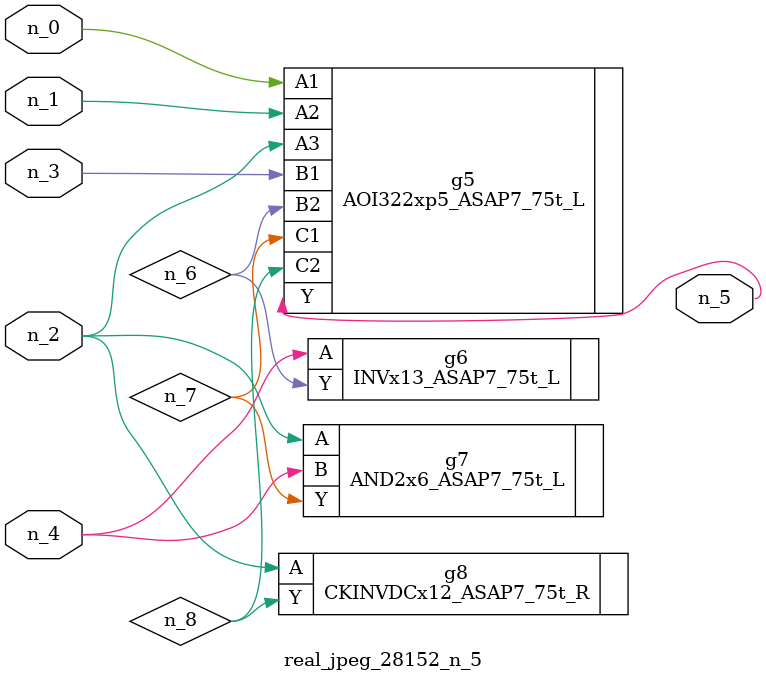
<source format=v>
module real_jpeg_28152_n_5 (n_4, n_0, n_1, n_2, n_3, n_5);

input n_4;
input n_0;
input n_1;
input n_2;
input n_3;

output n_5;

wire n_8;
wire n_6;
wire n_7;

AOI322xp5_ASAP7_75t_L g5 ( 
.A1(n_0),
.A2(n_1),
.A3(n_2),
.B1(n_3),
.B2(n_6),
.C1(n_7),
.C2(n_8),
.Y(n_5)
);

AND2x6_ASAP7_75t_L g7 ( 
.A(n_2),
.B(n_4),
.Y(n_7)
);

CKINVDCx12_ASAP7_75t_R g8 ( 
.A(n_2),
.Y(n_8)
);

INVx13_ASAP7_75t_L g6 ( 
.A(n_4),
.Y(n_6)
);


endmodule
</source>
